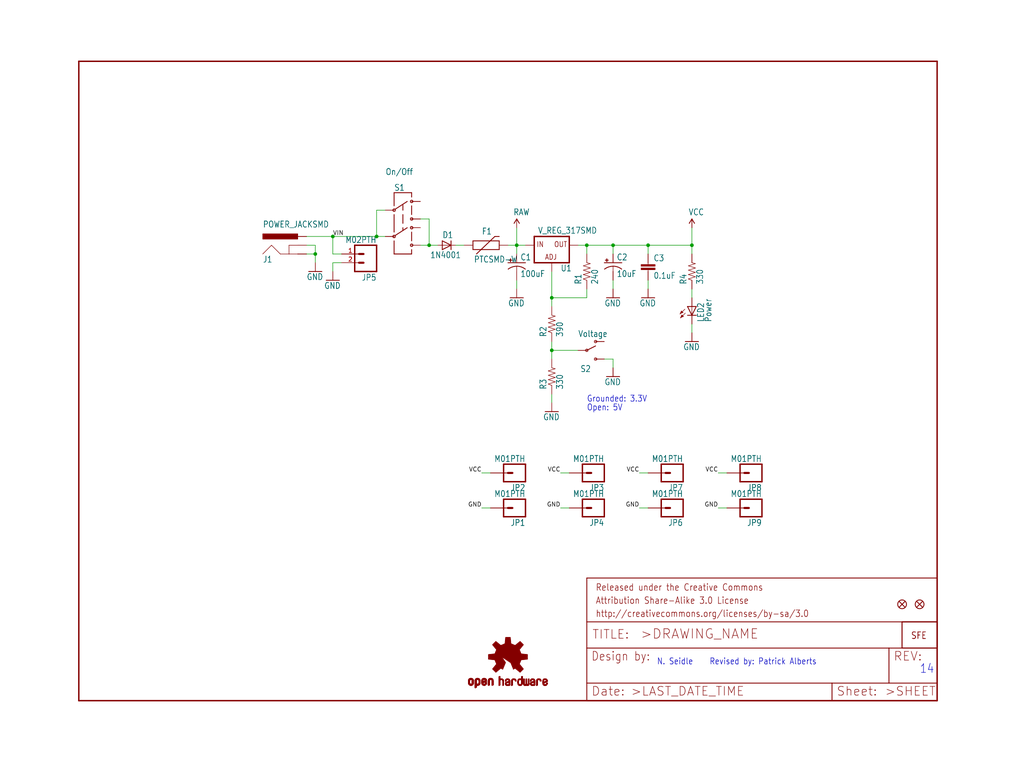
<source format=kicad_sch>
(kicad_sch (version 20211123) (generator eeschema)
  (paper "User" 297.002 223.926)
  (lib_symbols
    (symbol "eagleSchem-eagle-import:AYZ0202"
      (property "Value" "AYZ0202" (at -2.54 -12.7 0))
      (symbol "AYZ0202_1_0"
        (pin bidirectional line (at 5.08 0 180) (length 2.54) (name "3") (number "1"))
        (pin bidirectional line (at -5.08 2.54 0) (length 2.54) (name "2") (number "2"))
        (pin bidirectional line (at 5.08 5.08 180) (length 2.54) (name "1") (number "3"))
        (pin bidirectional line (at 5.08 -7.62 180) (length 2.54) (name "6") (number "4"))
        (pin bidirectional line (at -5.08 -5.08 0) (length 2.54) (name "5") (number "5"))
        (pin bidirectional line (at 5.08 -2.54 180) (length 2.54) (name "4") (number "6"))
      )
    )
    (symbol "eagleSchem-eagle-import:CAP0603-CAP"
      (property "Reference" "C" (at 1.524 2.921 0))
      (property "Value" "CAP0603-CAP" (at 1.524 -2.159 0))
      (symbol "CAP0603-CAP_1_0"
        (pin passive line (at 0 5.08 270) (length 2.54) (name "1") (number "1"))
        (pin passive line (at 0 -2.54 90) (length 2.54) (name "2") (number "2"))
      )
    )
    (symbol "eagleSchem-eagle-import:CAP_POL1206"
      (property "Reference" "C" (at 1.016 0.635 0))
      (property "Value" "CAP_POL1206" (at 1.016 -4.191 0))
      (symbol "CAP_POL1206_1_0"
        (pin passive line (at 0 2.54 270) (length 2.54) (name "+") (number "A"))
        (pin passive line (at 0 -5.08 90) (length 2.54) (name "-") (number "C"))
      )
    )
    (symbol "eagleSchem-eagle-import:CAP_POL7343"
      (property "Reference" "C" (at 1.016 0.635 0))
      (property "Value" "CAP_POL7343" (at 1.016 -4.191 0))
      (symbol "CAP_POL7343_1_0"
        (pin passive line (at 0 2.54 270) (length 2.54) (name "+") (number "A"))
        (pin passive line (at 0 -5.08 90) (length 2.54) (name "-") (number "C"))
      )
    )
    (symbol "eagleSchem-eagle-import:DIODESMA-TYLERALT1"
      (property "Reference" "D" (at 2.54 0.4826 0))
      (property "Value" "DIODESMA-TYLERALT1" (at 2.54 -2.3114 0))
      (symbol "DIODESMA-TYLERALT1_1_0"
        (pin passive line (at -2.54 0 0) (length 2.54) (name "A") (number "A"))
        (pin passive line (at 2.54 0 180) (length 2.54) (name "C") (number "C"))
      )
    )
    (symbol "eagleSchem-eagle-import:FIDUCIAL1X2")
    (symbol "eagleSchem-eagle-import:FRAME-LETTER"
      (symbol "FRAME-LETTER_2_0"
        (text ">DRAWING_NAME" (at 15.494 17.78 0) (effects (font (size 2.7432 2.7432)) (justify left bottom)))
        (text ">LAST_DATE_TIME" (at 12.7 1.27 0) (effects (font (size 2.54 2.54)) (justify left bottom)))
        (text ">SHEET" (at 86.36 1.27 0) (effects (font (size 2.54 2.54)) (justify left bottom)))
        (text "Attribution Share-Alike 3.0 License" (at 2.54 27.94 0) (effects (font (size 1.9304 1.6408)) (justify left bottom)))
        (text "Date:" (at 1.27 1.27 0) (effects (font (size 2.54 2.54)) (justify left bottom)))
        (text "Design by:" (at 1.27 11.43 0) (effects (font (size 2.54 2.159)) (justify left bottom)))
        (text "http://creativecommons.org/licenses/by-sa/3.0" (at 2.54 24.13 0) (effects (font (size 1.9304 1.6408)) (justify left bottom)))
        (text "Released under the Creative Commons" (at 2.54 31.75 0) (effects (font (size 1.9304 1.6408)) (justify left bottom)))
        (text "REV:" (at 88.9 11.43 0) (effects (font (size 2.54 2.54)) (justify left bottom)))
        (text "Sheet:" (at 72.39 1.27 0) (effects (font (size 2.54 2.54)) (justify left bottom)))
        (text "TITLE:" (at 1.524 17.78 0) (effects (font (size 2.54 2.54)) (justify left bottom)))
      )
    )
    (symbol "eagleSchem-eagle-import:GND" (power)
      (property "Value" "GND" (at -2.54 -2.54 0))
      (symbol "GND_1_0"
        (pin power_in line (at 0 2.54 270) (length 2.54) (name "GND") (number "1"))
      )
    )
    (symbol "eagleSchem-eagle-import:LED1206"
      (property "Reference" "LED" (at 3.556 -4.572 90))
      (property "Value" "LED1206" (at 5.715 -4.572 90))
      (symbol "LED1206_1_0"
        (pin passive line (at 0 2.54 270) (length 2.54) (name "A") (number "A"))
        (pin passive line (at 0 -5.08 90) (length 2.54) (name "C") (number "C"))
      )
    )
    (symbol "eagleSchem-eagle-import:LOGO-SFENEW"
      (symbol "LOGO-SFENEW_1_0"
        (text "SFE" (at 0 0 0) (effects (font (size 1.9304 1.6408)) (justify left bottom)))
      )
    )
    (symbol "eagleSchem-eagle-import:LOGO-SFESK"
      (symbol "LOGO-SFESK_1_0"
        (text "SFE" (at 0 0 0) (effects (font (size 1.9304 1.6408)) (justify left bottom)))
      )
    )
    (symbol "eagleSchem-eagle-import:M01PTH"
      (property "Reference" "JP" (at -2.54 3.302 0))
      (property "Value" "M01PTH" (at -2.54 -5.08 0))
      (symbol "M01PTH_1_0"
        (pin passive line (at 7.62 0 180) (length 5.08) (name "1") (number "1"))
      )
    )
    (symbol "eagleSchem-eagle-import:M02PTH"
      (property "Reference" "JP" (at -2.54 5.842 0))
      (property "Value" "M02PTH" (at -2.54 -5.08 0))
      (symbol "M02PTH_1_0"
        (pin passive line (at 7.62 0 180) (length 5.08) (name "1") (number "1"))
        (pin passive line (at 7.62 2.54 180) (length 5.08) (name "2") (number "2"))
      )
    )
    (symbol "eagleSchem-eagle-import:OSHW-LOGOS")
    (symbol "eagleSchem-eagle-import:POWER_JACKSMD"
      (property "Reference" "J" (at -10.16 0 0))
      (property "Value" "POWER_JACKSMD" (at -10.16 10.16 0))
      (symbol "POWER_JACKSMD_1_0"
        (pin bidirectional line (at 2.54 5.08 180) (length 2.54) (name "GNDBREAK") (number "GND"))
        (pin bidirectional line (at 2.54 2.54 180) (length 2.54) (name "GND") (number "P$4"))
        (pin bidirectional line (at 2.54 7.62 180) (length 2.54) (name "PWR") (number "VIN0"))
      )
    )
    (symbol "eagleSchem-eagle-import:PTCSMD-W"
      (property "Reference" "F" (at -2.54 3.048 0))
      (property "Value" "PTCSMD-W" (at -3.302 -5.08 0))
      (symbol "PTCSMD-W_1_0"
        (pin bidirectional line (at -5.08 0 0) (length 2.54) (name "1") (number "1"))
        (pin bidirectional line (at 7.62 0 180) (length 2.54) (name "2") (number "2"))
      )
    )
    (symbol "eagleSchem-eagle-import:RESISTOR0603-RES"
      (property "Reference" "R" (at -3.81 1.4986 0))
      (property "Value" "RESISTOR0603-RES" (at -3.81 -3.302 0))
      (symbol "RESISTOR0603-RES_1_0"
        (pin passive line (at -5.08 0 0) (length 2.54) (name "1") (number "1"))
        (pin passive line (at 5.08 0 180) (length 2.54) (name "2") (number "2"))
      )
    )
    (symbol "eagleSchem-eagle-import:SWITCH-SPSTSMD"
      (property "Reference" "S" (at -1.905 -6.35 0))
      (property "Value" "SWITCH-SPSTSMD" (at -2.54 3.81 0))
      (symbol "SWITCH-SPSTSMD_1_0"
        (pin passive line (at 5.08 2.54 180) (length 2.54) (name "O") (number "1"))
        (pin passive line (at -2.54 0 0) (length 2.54) (name "P") (number "2"))
        (pin passive line (at 5.08 -2.54 180) (length 2.54) (name "S") (number "3"))
      )
    )
    (symbol "eagleSchem-eagle-import:VCC" (power)
      (property "Value" "VCC" (at -1.016 3.556 0))
      (symbol "VCC_1_0"
        (pin power_in line (at 0 0 90) (length 2.54) (name "VCC") (number "1"))
      )
    )
    (symbol "eagleSchem-eagle-import:V_REG_317SMD"
      (property "Reference" "U" (at 2.54 -7.62 0))
      (property "Value" "V_REG_317SMD" (at 2.54 -10.16 0))
      (symbol "V_REG_317SMD_1_0"
        (text "ADJ" (at -2.032 -4.318 0) (effects (font (size 1.524 1.2954)) (justify left bottom)))
        (text "IN" (at -4.445 -0.635 0) (effects (font (size 1.524 1.2954)) (justify left bottom)))
        (text "OUT" (at 0.635 -0.635 0) (effects (font (size 1.524 1.2954)) (justify left bottom)))
        (pin input line (at 0 -7.62 90) (length 2.54) (name "ADJ") (number "1"))
        (pin output line (at 7.62 0 180) (length 2.54) (name "OUT") (number "2"))
        (pin input line (at -7.62 0 0) (length 2.54) (name "IN") (number "3"))
      )
    )
  )
  (junction (at 187.96 71.12))
  (junction (at 124.46 71.12))
  (junction (at 170.18 71.12))
  (junction (at 91.44 73.66))
  (junction (at 160.02 101.6))
  (junction (at 149.86 71.12))
  (junction (at 177.8 71.12))
  (junction (at 200.66 71.12))
  (junction (at 96.52 68.58))
  (junction (at 160.02 86.36))
  (junction (at 109.22 68.58))
  (wire (pts (xy 170.18 86.36) (xy 160.02 86.36)))
  (wire (pts (xy 99.06 73.66) (xy 96.52 73.66)))
  (wire (pts (xy 91.44 73.66) (xy 88.9 73.66)))
  (wire (pts (xy 124.46 63.5) (xy 124.46 71.12)))
  (wire (pts (xy 177.8 71.12) (xy 187.96 71.12)))
  (wire (pts (xy 160.02 86.36) (xy 160.02 78.74)))
  (wire (pts (xy 200.66 71.12) (xy 200.66 66.04)))
  (wire (pts (xy 160.02 99.06) (xy 160.02 101.6)))
  (wire (pts (xy 200.66 86.36) (xy 200.66 83.82)))
  (wire (pts (xy 160.02 114.3) (xy 160.02 116.84)))
  (wire (pts (xy 187.96 137.16) (xy 185.42 137.16)))
  (wire (pts (xy 177.8 104.14) (xy 177.8 106.68)))
  (wire (pts (xy 177.8 83.82) (xy 177.8 81.28)))
  (wire (pts (xy 91.44 76.2) (xy 91.44 73.66)))
  (wire (pts (xy 167.64 71.12) (xy 170.18 71.12)))
  (wire (pts (xy 121.92 71.12) (xy 124.46 71.12)))
  (wire (pts (xy 142.24 147.32) (xy 139.7 147.32)))
  (wire (pts (xy 142.24 137.16) (xy 139.7 137.16)))
  (wire (pts (xy 121.92 63.5) (xy 124.46 63.5)))
  (wire (pts (xy 96.52 76.2) (xy 96.52 78.74)))
  (wire (pts (xy 187.96 147.32) (xy 185.42 147.32)))
  (wire (pts (xy 96.52 68.58) (xy 109.22 68.58)))
  (wire (pts (xy 88.9 68.58) (xy 96.52 68.58)))
  (wire (pts (xy 187.96 83.82) (xy 187.96 81.28)))
  (wire (pts (xy 149.86 73.66) (xy 149.86 71.12)))
  (wire (pts (xy 111.76 60.96) (xy 109.22 60.96)))
  (wire (pts (xy 165.1 147.32) (xy 162.56 147.32)))
  (wire (pts (xy 91.44 71.12) (xy 91.44 73.66)))
  (wire (pts (xy 147.32 71.12) (xy 149.86 71.12)))
  (wire (pts (xy 149.86 83.82) (xy 149.86 81.28)))
  (wire (pts (xy 149.86 71.12) (xy 152.4 71.12)))
  (wire (pts (xy 167.64 101.6) (xy 160.02 101.6)))
  (wire (pts (xy 200.66 73.66) (xy 200.66 71.12)))
  (wire (pts (xy 187.96 73.66) (xy 187.96 71.12)))
  (wire (pts (xy 170.18 83.82) (xy 170.18 86.36)))
  (wire (pts (xy 210.82 137.16) (xy 208.28 137.16)))
  (wire (pts (xy 109.22 60.96) (xy 109.22 68.58)))
  (wire (pts (xy 165.1 137.16) (xy 162.56 137.16)))
  (wire (pts (xy 124.46 71.12) (xy 127 71.12)))
  (wire (pts (xy 132.08 71.12) (xy 134.62 71.12)))
  (wire (pts (xy 210.82 147.32) (xy 208.28 147.32)))
  (wire (pts (xy 175.26 104.14) (xy 177.8 104.14)))
  (wire (pts (xy 177.8 73.66) (xy 177.8 71.12)))
  (wire (pts (xy 160.02 88.9) (xy 160.02 86.36)))
  (wire (pts (xy 149.86 71.12) (xy 149.86 66.04)))
  (wire (pts (xy 170.18 73.66) (xy 170.18 71.12)))
  (wire (pts (xy 187.96 71.12) (xy 200.66 71.12)))
  (wire (pts (xy 96.52 73.66) (xy 96.52 68.58)))
  (wire (pts (xy 88.9 71.12) (xy 91.44 71.12)))
  (wire (pts (xy 170.18 71.12) (xy 177.8 71.12)))
  (wire (pts (xy 109.22 68.58) (xy 111.76 68.58)))
  (wire (pts (xy 160.02 101.6) (xy 160.02 104.14)))
  (wire (pts (xy 99.06 76.2) (xy 96.52 76.2)))
  (wire (pts (xy 200.66 96.52) (xy 200.66 93.98)))
  (text "Open: 5V" (at 170.18 119.38 180) (effects (font (size 1.778 1.5113)) (justify left bottom)))
  (text "14" (at 266.7 195.58 180) (effects (font (size 2.54 2.159)) (justify left bottom)))
  (text "Revised by: Patrick Alberts" (at 205.74 193.04 180) (effects (font (size 1.778 1.5113)) (justify left bottom)))
  (text "Grounded: 3.3V" (at 170.18 116.84 180) (effects (font (size 1.778 1.5113)) (justify left bottom)))
  (text "N. Seidle" (at 190.5 193.04 180) (effects (font (size 1.778 1.5113)) (justify left bottom)))
  (label "GND" (at 185.42 147.32 180) (effects (font (size 1.2446 1.2446))))
  (label "GND" (at 139.7 147.32 180) (effects (font (size 1.2446 1.2446))))
  (label "VCC" (at 162.56 137.16 180) (effects (font (size 1.2446 1.2446))))
  (label "VIN" (at 96.52 68.58 0) (effects (font (size 1.2446 1.2446))))
  (label "VCC" (at 139.7 137.16 180) (effects (font (size 1.2446 1.2446))))
  (label "GND" (at 208.28 147.32 180) (effects (font (size 1.2446 1.2446))))
  (label "GND" (at 162.56 147.32 180) (effects (font (size 1.2446 1.2446))))
  (label "VCC" (at 185.42 137.16 180) (effects (font (size 1.2446 1.2446))))
  (label "VCC" (at 208.28 137.16 180) (effects (font (size 1.2446 1.2446))))
  (symbol (lib_id "eagleSchem-eagle-import:M01PTH") (at 195.58 137.16 180) (unit 1)
    (property "Reference" "JP7" (at 198.12 140.462 0) (effects (font (size 1.778 1.5113)) (justify left bottom)))
    (property "Value" "M01PTH" (at 198.12 132.08 0) (effects (font (size 1.778 1.5113)) (justify left bottom)))
    (property "Footprint" "eagleSchem:1X01" (effects hide))
  )
  (symbol (lib_id "eagleSchem-eagle-import:M02PTH") (at 106.68 73.66 180) (unit 1)
    (property "Reference" "JP5" (at 109.22 79.502 0) (effects (font (size 1.778 1.5113)) (justify left bottom)))
    (property "Value" "M02PTH" (at 109.22 68.58 0) (effects (font (size 1.778 1.5113)) (justify left bottom)))
    (property "Footprint" "eagleSchem:1X02" (effects hide))
  )
  (symbol (lib_id "eagleSchem-eagle-import:GND") (at 177.8 86.36 0) (unit 1)
    (property "Reference" "#GND1" (effects hide))
    (property "Value" "GND" (at 175.26 88.9 0) (effects (font (size 1.778 1.5113)) (justify left bottom)))
    (property "Footprint" "eagleSchem:" (effects hide))
  )
  (symbol (lib_id "eagleSchem-eagle-import:M01PTH") (at 218.44 137.16 180) (unit 1)
    (property "Reference" "JP8" (at 220.98 140.462 0) (effects (font (size 1.778 1.5113)) (justify left bottom)))
    (property "Value" "M01PTH" (at 220.98 132.08 0) (effects (font (size 1.778 1.5113)) (justify left bottom)))
    (property "Footprint" "eagleSchem:1X01" (effects hide))
  )
  (symbol (lib_id "eagleSchem-eagle-import:V_REG_317SMD") (at 160.02 71.12 0) (unit 1)
    (property "Reference" "U1" (at 162.56 78.74 0) (effects (font (size 1.778 1.5113)) (justify left bottom)))
    (property "Value" "V_REG_317SMD" (at 155.956 67.818 0) (effects (font (size 1.778 1.5113)) (justify left bottom)))
    (property "Footprint" "eagleSchem:SOT223" (effects hide))
  )
  (symbol (lib_id "eagleSchem-eagle-import:M01PTH") (at 172.72 147.32 180) (unit 1)
    (property "Reference" "JP4" (at 175.26 150.622 0) (effects (font (size 1.778 1.5113)) (justify left bottom)))
    (property "Value" "M01PTH" (at 175.26 142.24 0) (effects (font (size 1.778 1.5113)) (justify left bottom)))
    (property "Footprint" "eagleSchem:1X01" (effects hide))
  )
  (symbol (lib_id "eagleSchem-eagle-import:FIDUCIAL1X2") (at 266.7 175.26 0) (unit 1)
    (property "Reference" "U$4" (effects hide))
    (property "Value" "FIDUCIAL1X2" (effects hide))
    (property "Footprint" "eagleSchem:FIDUCIAL-1X2" (effects hide))
  )
  (symbol (lib_id "eagleSchem-eagle-import:GND") (at 160.02 119.38 0) (unit 1)
    (property "Reference" "#GND4" (effects hide))
    (property "Value" "GND" (at 157.48 121.92 0) (effects (font (size 1.778 1.5113)) (justify left bottom)))
    (property "Footprint" "eagleSchem:" (effects hide))
  )
  (symbol (lib_id "eagleSchem-eagle-import:CAP_POL1206") (at 177.8 76.2 0) (unit 1)
    (property "Reference" "C2" (at 178.816 75.565 0) (effects (font (size 1.778 1.5113)) (justify left bottom)))
    (property "Value" "10uF" (at 178.816 80.391 0) (effects (font (size 1.778 1.5113)) (justify left bottom)))
    (property "Footprint" "eagleSchem:EIA3216" (effects hide))
  )
  (symbol (lib_id "eagleSchem-eagle-import:AYZ0202") (at 116.84 63.5 0) (unit 1)
    (property "Reference" "S1" (at 114.3 55.372 0) (effects (font (size 1.778 1.5113)) (justify left bottom)))
    (property "Value" "On/Off" (at 111.76 50.8 0) (effects (font (size 1.778 1.5113)) (justify left bottom)))
    (property "Footprint" "eagleSchem:AYZ0202" (effects hide))
  )
  (symbol (lib_id "eagleSchem-eagle-import:RESISTOR0603-RES") (at 170.18 78.74 90) (unit 1)
    (property "Reference" "R1" (at 168.6814 82.55 0) (effects (font (size 1.778 1.5113)) (justify left bottom)))
    (property "Value" "240" (at 173.482 82.55 0) (effects (font (size 1.778 1.5113)) (justify left bottom)))
    (property "Footprint" "eagleSchem:0603-RES" (effects hide))
  )
  (symbol (lib_id "eagleSchem-eagle-import:GND") (at 91.44 78.74 0) (unit 1)
    (property "Reference" "#GND6" (effects hide))
    (property "Value" "GND" (at 88.9 81.28 0) (effects (font (size 1.778 1.5113)) (justify left bottom)))
    (property "Footprint" "eagleSchem:" (effects hide))
  )
  (symbol (lib_id "eagleSchem-eagle-import:LED1206") (at 200.66 88.9 0) (unit 1)
    (property "Reference" "LED2" (at 204.216 93.472 90) (effects (font (size 1.778 1.5113)) (justify left bottom)))
    (property "Value" "Power" (at 206.375 93.472 90) (effects (font (size 1.778 1.5113)) (justify left bottom)))
    (property "Footprint" "eagleSchem:LED-1206" (effects hide))
  )
  (symbol (lib_id "eagleSchem-eagle-import:CAP0603-CAP") (at 187.96 78.74 0) (unit 1)
    (property "Reference" "C3" (at 189.484 75.819 0) (effects (font (size 1.778 1.5113)) (justify left bottom)))
    (property "Value" "0.1uF" (at 189.484 80.899 0) (effects (font (size 1.778 1.5113)) (justify left bottom)))
    (property "Footprint" "eagleSchem:0603-CAP" (effects hide))
  )
  (symbol (lib_id "eagleSchem-eagle-import:FIDUCIAL1X2") (at 261.62 175.26 0) (unit 1)
    (property "Reference" "U$3" (effects hide))
    (property "Value" "FIDUCIAL1X2" (effects hide))
    (property "Footprint" "eagleSchem:FIDUCIAL-1X2" (effects hide))
  )
  (symbol (lib_id "eagleSchem-eagle-import:LOGO-SFENEW") (at 264.16 185.42 0) (unit 1)
    (property "Reference" "U$2" (effects hide))
    (property "Value" "LOGO-SFENEW" (effects hide))
    (property "Footprint" "eagleSchem:SFE-NEW-WEBLOGO" (effects hide))
  )
  (symbol (lib_id "eagleSchem-eagle-import:POWER_JACKSMD") (at 86.36 76.2 0) (unit 1)
    (property "Reference" "J1" (at 76.2 76.2 0) (effects (font (size 1.778 1.5113)) (justify left bottom)))
    (property "Value" "POWER_JACKSMD" (at 76.2 66.04 0) (effects (font (size 1.778 1.5113)) (justify left bottom)))
    (property "Footprint" "eagleSchem:POWER_JACK_SMD" (effects hide))
  )
  (symbol (lib_id "eagleSchem-eagle-import:GND") (at 187.96 86.36 0) (unit 1)
    (property "Reference" "#GND2" (effects hide))
    (property "Value" "GND" (at 185.42 88.9 0) (effects (font (size 1.778 1.5113)) (justify left bottom)))
    (property "Footprint" "eagleSchem:" (effects hide))
  )
  (symbol (lib_id "eagleSchem-eagle-import:VCC") (at 200.66 66.04 0) (unit 1)
    (property "Reference" "#P+3" (effects hide))
    (property "Value" "VCC" (at 199.644 62.484 0) (effects (font (size 1.778 1.5113)) (justify left bottom)))
    (property "Footprint" "eagleSchem:" (effects hide))
  )
  (symbol (lib_id "eagleSchem-eagle-import:RESISTOR0603-RES") (at 160.02 109.22 90) (unit 1)
    (property "Reference" "R3" (at 158.5214 113.03 0) (effects (font (size 1.778 1.5113)) (justify left bottom)))
    (property "Value" "330" (at 163.322 113.03 0) (effects (font (size 1.778 1.5113)) (justify left bottom)))
    (property "Footprint" "eagleSchem:0603-RES" (effects hide))
  )
  (symbol (lib_id "eagleSchem-eagle-import:RESISTOR0603-RES") (at 160.02 93.98 90) (unit 1)
    (property "Reference" "R2" (at 158.5214 97.79 0) (effects (font (size 1.778 1.5113)) (justify left bottom)))
    (property "Value" "390" (at 163.322 97.79 0) (effects (font (size 1.778 1.5113)) (justify left bottom)))
    (property "Footprint" "eagleSchem:0603-RES" (effects hide))
  )
  (symbol (lib_id "eagleSchem-eagle-import:FRAME-LETTER") (at 170.18 203.2 0) (unit 2)
    (property "Reference" "FRAME1" (effects hide))
    (property "Value" "FRAME-LETTER" (effects hide))
    (property "Footprint" "eagleSchem:CREATIVE_COMMONS" (effects hide))
  )
  (symbol (lib_id "eagleSchem-eagle-import:VCC") (at 149.86 66.04 0) (unit 1)
    (property "Reference" "#RAW0" (effects hide))
    (property "Value" "RAW" (at 148.844 62.484 0) (effects (font (size 1.778 1.5113)) (justify left bottom)))
    (property "Footprint" "eagleSchem:" (effects hide))
  )
  (symbol (lib_id "eagleSchem-eagle-import:CAP_POL7343") (at 149.86 76.2 0) (unit 1)
    (property "Reference" "C1" (at 150.876 75.565 0) (effects (font (size 1.778 1.5113)) (justify left bottom)))
    (property "Value" "100uF" (at 150.876 80.391 0) (effects (font (size 1.778 1.5113)) (justify left bottom)))
    (property "Footprint" "eagleSchem:EIA7343" (effects hide))
  )
  (symbol (lib_id "eagleSchem-eagle-import:GND") (at 177.8 109.22 0) (unit 1)
    (property "Reference" "#GND8" (effects hide))
    (property "Value" "GND" (at 175.26 111.76 0) (effects (font (size 1.778 1.5113)) (justify left bottom)))
    (property "Footprint" "eagleSchem:" (effects hide))
  )
  (symbol (lib_id "eagleSchem-eagle-import:FRAME-LETTER") (at 22.86 203.2 0) (unit 1)
    (property "Reference" "FRAME1" (effects hide))
    (property "Value" "FRAME-LETTER" (effects hide))
    (property "Footprint" "eagleSchem:CREATIVE_COMMONS" (effects hide))
  )
  (symbol (lib_id "eagleSchem-eagle-import:LOGO-SFESK") (at 264.16 185.42 0) (unit 1)
    (property "Reference" "U$1" (effects hide))
    (property "Value" "LOGO-SFESK" (effects hide))
    (property "Footprint" "eagleSchem:SFE-LOGO-FLAME" (effects hide))
  )
  (symbol (lib_id "eagleSchem-eagle-import:M01PTH") (at 218.44 147.32 180) (unit 1)
    (property "Reference" "JP9" (at 220.98 150.622 0) (effects (font (size 1.778 1.5113)) (justify left bottom)))
    (property "Value" "M01PTH" (at 220.98 142.24 0) (effects (font (size 1.778 1.5113)) (justify left bottom)))
    (property "Footprint" "eagleSchem:1X01" (effects hide))
  )
  (symbol (lib_id "eagleSchem-eagle-import:M01PTH") (at 172.72 137.16 180) (unit 1)
    (property "Reference" "JP3" (at 175.26 140.462 0) (effects (font (size 1.778 1.5113)) (justify left bottom)))
    (property "Value" "M01PTH" (at 175.26 132.08 0) (effects (font (size 1.778 1.5113)) (justify left bottom)))
    (property "Footprint" "eagleSchem:1X01" (effects hide))
  )
  (symbol (lib_id "eagleSchem-eagle-import:OSHW-LOGOS") (at 147.32 190.5 0) (unit 1)
    (property "Reference" "LOGO1" (effects hide))
    (property "Value" "OSHW-LOGOS" (effects hide))
    (property "Footprint" "eagleSchem:OSHW-LOGO-S" (effects hide))
  )
  (symbol (lib_id "eagleSchem-eagle-import:GND") (at 96.52 81.28 0) (unit 1)
    (property "Reference" "#GND7" (effects hide))
    (property "Value" "GND" (at 93.98 83.82 0) (effects (font (size 1.778 1.5113)) (justify left bottom)))
    (property "Footprint" "eagleSchem:" (effects hide))
  )
  (symbol (lib_id "eagleSchem-eagle-import:PTCSMD-W") (at 139.7 71.12 0) (unit 1)
    (property "Reference" "F1" (at 139.7 68.072 0) (effects (font (size 1.778 1.5113)) (justify left bottom)))
    (property "Value" "PTCSMD-W" (at 137.414 76.2 0) (effects (font (size 1.778 1.5113)) (justify left bottom)))
    (property "Footprint" "eagleSchem:PTC-1206-WIDE" (effects hide))
  )
  (symbol (lib_id "eagleSchem-eagle-import:M01PTH") (at 195.58 147.32 180) (unit 1)
    (property "Reference" "JP6" (at 198.12 150.622 0) (effects (font (size 1.778 1.5113)) (justify left bottom)))
    (property "Value" "M01PTH" (at 198.12 142.24 0) (effects (font (size 1.778 1.5113)) (justify left bottom)))
    (property "Footprint" "eagleSchem:1X01" (effects hide))
  )
  (symbol (lib_id "eagleSchem-eagle-import:DIODESMA-TYLERALT1") (at 129.54 71.12 0) (unit 1)
    (property "Reference" "D1" (at 128.27 69.1134 0) (effects (font (size 1.778 1.5113)) (justify left bottom)))
    (property "Value" "1N4001" (at 124.714 74.93 0) (effects (font (size 1.778 1.5113)) (justify left bottom)))
    (property "Footprint" "eagleSchem:SMA-DIODE-TYLERALT1" (effects hide))
  )
  (symbol (lib_id "eagleSchem-eagle-import:GND") (at 200.66 99.06 0) (unit 1)
    (property "Reference" "#GND3" (effects hide))
    (property "Value" "GND" (at 198.12 101.6 0) (effects (font (size 1.778 1.5113)) (justify left bottom)))
    (property "Footprint" "eagleSchem:" (effects hide))
  )
  (symbol (lib_id "eagleSchem-eagle-import:M01PTH") (at 149.86 137.16 180) (unit 1)
    (property "Reference" "JP2" (at 152.4 140.462 0) (effects (font (size 1.778 1.5113)) (justify left bottom)))
    (property "Value" "M01PTH" (at 152.4 132.08 0) (effects (font (size 1.778 1.5113)) (justify left bottom)))
    (property "Footprint" "eagleSchem:1X01" (effects hide))
  )
  (symbol (lib_id "eagleSchem-eagle-import:M01PTH") (at 149.86 147.32 180) (unit 1)
    (property "Reference" "JP1" (at 152.4 150.622 0) (effects (font (size 1.778 1.5113)) (justify left bottom)))
    (property "Value" "M01PTH" (at 152.4 142.24 0) (effects (font (size 1.778 1.5113)) (justify left bottom)))
    (property "Footprint" "eagleSchem:1X01" (effects hide))
  )
  (symbol (lib_id "eagleSchem-eagle-import:RESISTOR0603-RES") (at 200.66 78.74 90) (unit 1)
    (property "Reference" "R4" (at 199.1614 82.55 0) (effects (font (size 1.778 1.5113)) (justify left bottom)))
    (property "Value" "330" (at 203.962 82.55 0) (effects (font (size 1.778 1.5113)) (justify left bottom)))
    (property "Footprint" "eagleSchem:0603-RES" (effects hide))
  )
  (symbol (lib_id "eagleSchem-eagle-import:GND") (at 149.86 86.36 0) (unit 1)
    (property "Reference" "#GND5" (effects hide))
    (property "Value" "GND" (at 147.32 88.9 0) (effects (font (size 1.778 1.5113)) (justify left bottom)))
    (property "Footprint" "eagleSchem:" (effects hide))
  )
  (symbol (lib_id "eagleSchem-eagle-import:SWITCH-SPSTSMD") (at 170.18 101.6 0) (unit 1)
    (property "Reference" "S2" (at 168.275 107.95 0) (effects (font (size 1.778 1.5113)) (justify left bottom)))
    (property "Value" "Voltage" (at 167.64 97.79 0) (effects (font (size 1.778 1.5113)) (justify left bottom)))
    (property "Footprint" "eagleSchem:AYZ0202" (effects hide))
  )
)
</source>
